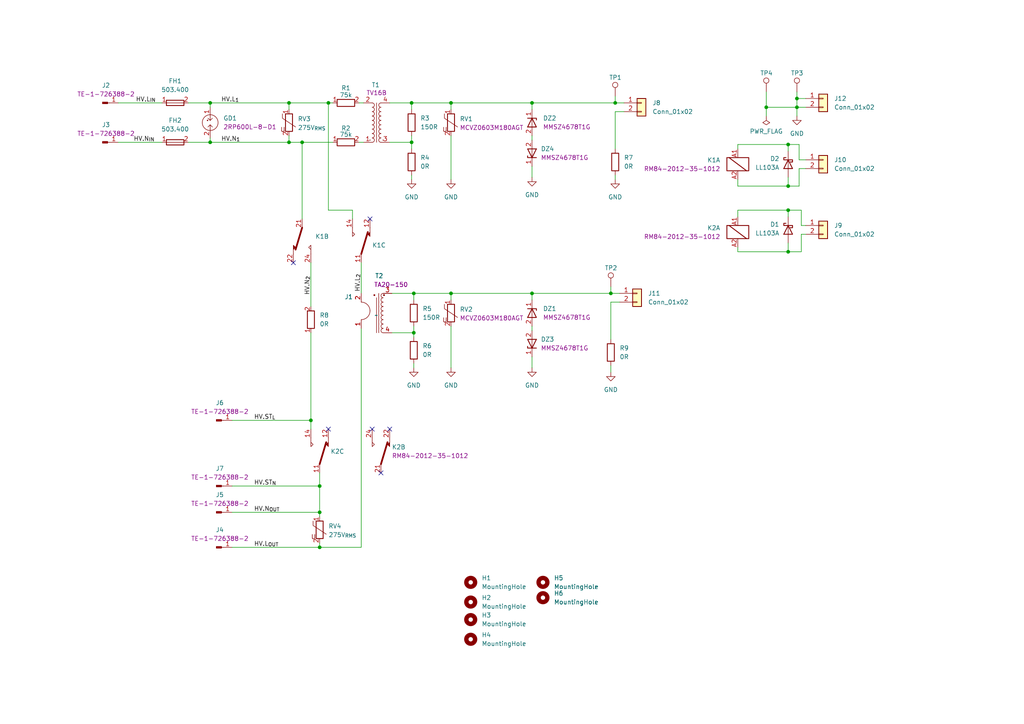
<source format=kicad_sch>
(kicad_sch (version 20231120) (generator "eeschema") (generator_version "8.0")
  (paper "A4")
  (lib_symbols
    (symbol "503.400_1"
      (property "Reference" "FH" (at 2.54 1.27 0))
      (property "Value" "503.400" (at 5.08 -1.27 0))
      (symbol "503.400_1_0_1"
        (rectangle (start -0.762 -2.54) (end 0.762 2.54) (stroke (width 0.254)))
        (polyline (pts (xy 0 2.54) (xy 0 -2.54)))
      )
      (symbol "503.400_1_1_1"
        (pin passive line (at 0 3.81 270) (length 1.27) (name "~") (number "1"))
        (pin passive line (at 0 -3.81 90) (length 1.27) (name "~") (number "2"))
      )
    )
    (symbol "Connector:TestPoint" (pin_numbers hide) (pin_names (offset 0.762) hide)
      (property "Reference" "TP" (at 0 6.858 0))
      (property "Value" "TestPoint" (at 0 5.08 0))
      (symbol "TestPoint_0_1"
        (circle (center 0 3.302) (radius 0.762))
      )
      (symbol "TestPoint_1_1"
        (pin passive line (at 0 0 90) (length 2.54) (name "1") (number "1"))
      )
    )
    (symbol "Connector_Generic:Conn_01x02" (pin_names (offset 1.016) hide)
      (property "Reference" "J" (at 0 2.54 0))
      (property "Value" "Conn_01x02" (at 0 -5.08 0))
      (symbol "Conn_01x02_1_1"
        (rectangle (start -1.27 -2.413) (end 0 -2.667) (stroke (width 0.1524)))
        (rectangle (start -1.27 0.127) (end 0 -0.127) (stroke (width 0.1524)))
        (rectangle (start -1.27 1.27) (end 1.27 -3.81) (stroke (width 0.254)) (fill (type background)))
        (pin passive line (at -5.08 0 0) (length 3.81) (name "Pin_1") (number "1"))
        (pin passive line (at -5.08 -2.54 0) (length 3.81) (name "Pin_2") (number "2"))
      )
    )
    (symbol "Koszalix_Fuse_Holders:503.400"
      (property "Reference" "FH" (at 2.54 1.27 0))
      (property "Value" "503.400" (at 5.08 -1.27 0))
      (symbol "503.400_0_1"
        (rectangle (start -0.762 -2.54) (end 0.762 2.54) (stroke (width 0.254)))
        (polyline (pts (xy 0 2.54) (xy 0 -2.54)))
      )
      (symbol "503.400_1_1"
        (pin passive line (at 0 3.81 270) (length 1.27) (name "~") (number "1"))
        (pin passive line (at 0 -3.81 90) (length 1.27) (name "~") (number "2"))
      )
    )
    (symbol "Koszalix_GDT:2RP600L-8-D1"
      (property "Reference" "GD" (at 3.556 -1.27 0))
      (property "MPN" "2RP600L-8-D1" (at 3.556 -3.81 0))
      (symbol "2RP600L-8-D1_0_1"
        (circle (center 0 -4.445) (radius 2.2895))
        (polyline (pts (xy 0 -6.35) (xy 0 -5.08)))
        (polyline (pts (xy 0 -5.08) (xy -0.635 -5.715)))
        (polyline (pts (xy 0 -5.08) (xy 0.635 -5.715)))
        (polyline (pts (xy 0 -3.81) (xy -0.635 -3.175)))
        (polyline (pts (xy 0 -3.81) (xy 0.635 -3.175)))
        (polyline (pts (xy 0 -2.54) (xy 0 -3.81)))
      )
      (symbol "2RP600L-8-D1_1_1"
        (circle (center -0.762 -3.81) (radius 0.127) (fill (type outline)))
        (pin passive line (at 0 0 270) (length 2.54) (name "~") (number "1"))
        (pin passive line (at 0 -8.89 90) (length 2.54) (name "~") (number "2"))
      )
    )
    (symbol "Koszalix_Mechanical:Bodgewire_P25m_H16.5mm_SQ1.5mm"
      (property "Reference" "J" (at 12.192 0.508 0))
      (symbol "Bodgewire_P25m_H16.5mm_SQ1.5mm_0_1"
        (arc (start 2.54 0) (mid 3.2839 -1.7961) (end 5.08 -2.54))
        (arc (start 5.08 -2.54) (mid 6.8761 -1.7961) (end 7.62 0))
      )
      (symbol "Bodgewire_P25m_H16.5mm_SQ1.5mm_1_1"
        (pin passive line (at 0 0 0) (length 2.54) (name "~") (number "1"))
        (pin passive line (at 10.16 0 180) (length 2.54) (name "~") (number "2"))
      )
    )
    (symbol "Koszalix_Relays:RM84-2012"
      (property "Reference" "K" (at 8.89 -1.778 0))
      (property "MPN" "RM84-2012-35-1012" (at 21.844 -11.938 0))
      (symbol "RM84-2012_0_0"
        (text "" (at 0 -6.35 0) (effects (font (size 1.27 1.27))))
        (text "" (at 0 -6.35 0) (effects (font (size 1.27 1.27))))
        (text "" (at 0 -3.81 0) (effects (font (size 1.27 1.27))))
        (text "" (at 0 -3.81 0) (effects (font (size 1.27 1.27))))
        (text "" (at 1.27 -6.35 0) (effects (font (size 1.27 1.27))))
        (text "" (at 1.27 -6.35 0) (effects (font (size 1.27 1.27))))
      )
      (symbol "RM84-2012_1_1"
        (rectangle (start -3.175 -2.54) (end 3.175 -6.35) (stroke (width 0.254)))
        (polyline (pts (xy -2.54 -6.35) (xy 2.54 -2.54)) (stroke (width 0.254)))
        (pin passive line (at 0 0 270) (length 2.54) (name "") (number "A1"))
        (pin passive line (at 0 -8.89 90) (length 2.54) (name "") (number "A2"))
      )
      (symbol "RM84-2012_2_1"
        (polyline (pts (xy 2.54 -10.16) (xy 4.445 -3.81)) (stroke (width 0.508)))
        (polyline (pts (xy 0 -2.54) (xy 0 -5.08) (xy 0.635 -4.445) (xy 0 -3.81)))
        (polyline (pts (xy 5.08 -2.54) (xy 5.08 -5.08) (xy 4.445 -4.445) (xy 5.08 -3.81)) (fill (type outline)))
        (pin passive line (at 2.54 -12.7 90) (length 2.54) (name "~") (number "21"))
        (pin passive line (at 5.08 0 270) (length 2.54) (name "~") (number "22"))
        (pin passive line (at 0 0 270) (length 2.54) (name "~") (number "24"))
      )
      (symbol "RM84-2012_3_1"
        (polyline (pts (xy 2.54 -10.16) (xy 4.445 -3.81)) (stroke (width 0.508)))
        (polyline (pts (xy 0 -2.54) (xy 0 -5.08) (xy 0.635 -4.445) (xy 0 -3.81)))
        (polyline (pts (xy 5.08 -2.54) (xy 5.08 -5.08) (xy 4.445 -4.445) (xy 5.08 -3.81)) (fill (type outline)))
        (pin passive line (at 2.54 -12.7 90) (length 2.54) (name "~") (number "11"))
        (pin passive line (at 5.08 0 270) (length 2.54) (name "~") (number "12"))
        (pin passive line (at 0 0 270) (length 2.54) (name "~") (number "14"))
      )
    )
    (symbol "Koszalix_Resistors:RES_0R_THT_1W"
      (property "Reference" "R" (at 15.24 0 0))
      (property "Value" "0R" (at 0 0 0))
      (symbol "RES_0R_THT_1W_0_1"
        (rectangle (start 6.35 -1.016) (end 1.27 1.016) (stroke (width 0.254)))
      )
      (symbol "RES_0R_THT_1W_1_1"
        (pin passive line (at 0 0 0) (length 1.27) (name "~") (number "1"))
        (pin passive line (at 7.62 0 180) (length 1.27) (name "~") (number "2"))
      )
    )
    (symbol "Koszalix_Resistors:RES_75k_THT_500mW"
      (property "Reference" "R" (at 15.24 0 0))
      (property "Value" "75k" (at 16.51 -2.032 0))
      (symbol "RES_75k_THT_500mW_0_1"
        (rectangle (start 6.35 -1.016) (end 1.27 1.016) (stroke (width 0.254)))
      )
      (symbol "RES_75k_THT_500mW_1_1"
        (pin passive line (at 0 0 0) (length 1.27) (name "~") (number "1"))
        (pin passive line (at 7.62 0 180) (length 1.27) (name "~") (number "2"))
      )
    )
    (symbol "Koszalix_Resistors_Yageo_RC0603:RES_150R_0603" (pin_numbers hide) (pin_names (offset 0) hide)
      (property "Reference" "R" (at 2.54 1.27 0))
      (property "Value" "150R" (at 2.54 -1.27 0))
      (symbol "RES_150R_0603_0_1"
        (rectangle (start -1.016 -2.54) (end 1.016 2.54) (stroke (width 0.254)))
      )
      (symbol "RES_150R_0603_1_1"
        (pin passive line (at 0 3.81 270) (length 1.27) (name "~") (number "1"))
        (pin passive line (at 0 -3.81 90) (length 1.27) (name "~") (number "2"))
      )
    )
    (symbol "Koszalix_Shottky_Diodes:LL103A" (pin_numbers hide) (pin_names (offset 0) hide)
      (property "Reference" "D" (at 0 0 0))
      (property "Value" "LL103A" (at 0 0 0))
      (symbol "LL103A_0_1"
        (polyline (pts (xy 1.27 2.54) (xy -1.27 2.54)))
        (polyline (pts (xy 1.27 3.81) (xy 1.27 1.27) (xy -1.27 2.54) (xy 1.27 3.81)) (stroke (width 0.254)))
        (polyline (pts (xy -1.905 3.175) (xy -1.905 3.81) (xy -1.27 3.81) (xy -1.27 1.27) (xy -0.635 1.27) (xy -0.635 1.905)) (stroke (width 0.254)))
      )
      (symbol "LL103A_1_1"
        (pin passive line (at -3.81 2.54 0) (length 2.54) (name "K") (number "1"))
        (pin passive line (at 3.81 2.54 180) (length 2.54) (name "A") (number "2"))
      )
    )
    (symbol "Koszalix_TabConnectors:TE-1-726388-2"
      (property "Reference" "J" (at 6.858 0 0))
      (property "MPN" "TE-1-726388-2" (at 0 0 0))
      (symbol "TE-1-726388-2_1_1"
        (polyline (pts (xy 3.048 0) (xy 2.54 0)))
        (rectangle (start 3.048 0.254) (end 4.572 -0.254) (fill (type outline)))
        (pin passive line (at 0 0 0) (length 2.54) (name "~") (number "1"))
      )
    )
    (symbol "Koszalix_Transformers:TA20-150"
      (property "Reference" "T" (at 15.875 -0.635 0))
      (property "MPN" "TA20-150" (at 15.875 -3.175 0))
      (symbol "TA20-150_0_1"
        (polyline (pts (xy 3.175 -11.43) (xy 3.175 -1.27)))
        (polyline (pts (xy 3.81 0) (xy 3.81 -11.43)))
        (arc (start 5.077 -10.16) (mid 4.445 -10.795) (end 5.077 -11.43))
        (arc (start 5.077 -8.89) (mid 4.445 -9.525) (end 5.077 -10.16))
        (arc (start 5.077 -7.62) (mid 4.445 -8.255) (end 5.077 -8.89))
        (arc (start 5.077 -6.35) (mid 4.445 -6.985) (end 5.077 -7.62))
        (arc (start 5.077 0) (mid 4.445 -0.635) (end 5.077 -1.27))
        (arc (start 5.08 -5.08) (mid 4.448 -5.715) (end 5.08 -6.35))
        (arc (start 5.08 -3.81) (mid 4.448 -4.445) (end 5.08 -5.08))
        (arc (start 5.08 -2.54) (mid 4.448 -3.175) (end 5.08 -3.81))
        (arc (start 5.08 -1.27) (mid 4.448 -1.905) (end 5.08 -2.54))
      )
      (symbol "TA20-150_1_1"
        (circle (center 2.54 -0.508) (radius 0.1797) (fill (type outline)))
        (circle (center 5.334 -0.508) (radius 0.1797) (fill (type outline)))
        (pin no_connect line (at 7.62 -2.54 180) (length 2.54) hide (name "~") (number "1"))
        (pin no_connect line (at 7.62 -5.08 180) (length 2.54) hide (name "~") (number "2"))
        (pin passive line (at 7.62 0 180) (length 2.54) (name "~") (number "3"))
        (pin passive line (at 7.62 -11.43 180) (length 2.54) (name "~") (number "4"))
      )
    )
    (symbol "Koszalix_Transformers:TV16B"
      (property "Reference" "T" (at 16.51 -0.635 0))
      (property "MPN" "TV16B" (at 16.51 -3.175 0))
      (symbol "TV16B_0_1"
        (polyline (pts (xy 3.81 0) (xy 3.81 -11.43)))
        (circle (center 1.905 -0.635) (radius 0.0001))
        (arc (start 2.54 -6.35) (mid 3.1723 -5.715) (end 2.54 -5.08))
        (arc (start 2.54 -5.08) (mid 3.1723 -4.445) (end 2.54 -3.81))
        (arc (start 2.54 -3.81) (mid 3.1723 -3.175) (end 2.54 -2.54))
        (arc (start 2.54 -2.54) (mid 3.1723 -1.905) (end 2.54 -1.27))
        (arc (start 2.543 -11.43) (mid 3.175 -10.795) (end 2.543 -10.16))
        (arc (start 2.543 -10.16) (mid 3.175 -9.525) (end 2.543 -8.89))
        (arc (start 2.543 -8.89) (mid 3.175 -8.255) (end 2.543 -7.62))
        (arc (start 2.543 -7.62) (mid 3.175 -6.985) (end 2.543 -6.35))
        (arc (start 2.543 -1.27) (mid 3.175 -0.635) (end 2.543 0))
        (arc (start 5.077 -10.16) (mid 4.445 -10.795) (end 5.077 -11.43))
        (arc (start 5.077 -8.89) (mid 4.445 -9.525) (end 5.077 -10.16))
        (arc (start 5.077 -7.62) (mid 4.445 -8.255) (end 5.077 -8.89))
        (arc (start 5.077 -6.35) (mid 4.445 -6.985) (end 5.077 -7.62))
        (arc (start 5.077 0) (mid 4.445 -0.635) (end 5.077 -1.27))
        (arc (start 5.08 -5.08) (mid 4.448 -5.715) (end 5.08 -6.35))
        (arc (start 5.08 -3.81) (mid 4.448 -4.445) (end 5.08 -5.08))
        (arc (start 5.08 -2.54) (mid 4.448 -3.175) (end 5.08 -3.81))
        (arc (start 5.08 -1.27) (mid 4.448 -1.905) (end 5.08 -2.54))
      )
      (symbol "TV16B_1_1"
        (circle (center 5.715 -0.635) (radius 0.0001))
        (pin passive line (at 0 0 0) (length 2.54) (name "~") (number "1"))
        (pin passive line (at 0 -11.43 0) (length 2.54) (name "~") (number "2"))
        (pin passive line (at 7.62 0 180) (length 2.54) (name "~") (number "3"))
        (pin passive line (at 7.62 -11.43 180) (length 2.54) (name "~") (number "4"))
      )
    )
    (symbol "Koszalix_Varistors:MCVZ0603M180AGT"
      (property "Reference" "RV" (at 3.048 0 0))
      (property "MPN" "MCVZ0603M180AGT" (at 0 0 0))
      (symbol "MCVZ0603M180AGT_0_0"
        (text "U" (at -1.778 -5.842 0) (effects (font (size 1.27 1.27))))
      )
      (symbol "MCVZ0603M180AGT_0_1"
        (rectangle (start -1.016 -6.35) (end 1.016 -1.27) (stroke (width 0.254)))
        (polyline (pts (xy -1.905 -1.27) (xy -1.905 -2.54) (xy 1.905 -5.08)))
      )
      (symbol "MCVZ0603M180AGT_1_1"
        (pin passive line (at 0 0 270) (length 1.27) (name "~") (number "1"))
        (pin passive line (at 0 -7.62 90) (length 1.27) (name "~") (number "2"))
      )
    )
    (symbol "Koszalix_Varistors:MOV-07D471KK"
      (property "Reference" "RV" (at 7.874 -0.508 0))
      (property "Value" "275V_{RMS}" (at 0 0 0))
      (symbol "MOV-07D471KK_0_0"
        (text "U" (at -1.778 -5.842 0) (effects (font (size 1.27 1.27))))
      )
      (symbol "MOV-07D471KK_0_1"
        (rectangle (start -1.016 -6.35) (end 1.016 -1.27) (stroke (width 0.254)))
        (polyline (pts (xy -1.905 -1.27) (xy -1.905 -2.54) (xy 1.905 -5.08)))
      )
      (symbol "MOV-07D471KK_1_1"
        (pin passive line (at 0 0 270) (length 1.27) (name "~") (number "1"))
        (pin passive line (at 0 -7.62 90) (length 1.27) (name "~") (number "2"))
      )
    )
    (symbol "Koszalix_Zener:MMSZ4678T1G"
      (property "Reference" "DZ" (at 4.064 -0.508 0))
      (property "Value" "1V8" (at 4.064 -0.508 0))
      (property "MPN" "MMSZ4678T1G" (at 0 0 0))
      (symbol "MMSZ4678T1G_0_1"
        (polyline (pts (xy 0 -5.08) (xy 0 -2.54)))
        (polyline (pts (xy -1.27 -2.54) (xy 1.27 -2.54) (xy 1.27 -3.048)) (stroke (width 0.254)))
        (polyline (pts (xy -1.27 -5.08) (xy 1.27 -5.08) (xy 0 -2.54) (xy -1.27 -5.08)) (stroke (width 0.254)))
      )
      (symbol "MMSZ4678T1G_1_1"
        (pin passive line (at 0 0 270) (length 2.54) (name "~") (number "1"))
        (pin passive line (at 0 -7.62 90) (length 2.54) (name "~") (number "2"))
      )
    )
    (symbol "Mechanical:MountingHole" (pin_names (offset 1.016))
      (property "Reference" "H" (at 0 5.08 0))
      (property "Value" "MountingHole" (at 0 3.175 0))
      (symbol "MountingHole_0_1"
        (circle (center 0 0) (radius 1.27) (stroke (width 1.27)))
      )
    )
    (symbol "power:GND" (power) (pin_names (offset 0))
      (property "Value" "GND" (at 0 -3.81 0))
      (symbol "GND_0_1"
        (polyline (pts (xy 0 0) (xy 0 -1.27) (xy 1.27 -1.27) (xy 0 -2.54) (xy -1.27 -1.27) (xy 0 -1.27)))
      )
      (symbol "GND_1_1"
        (pin power_in line (at 0 0 270) (length 0) hide (name "GND") (number "1"))
      )
    )
    (symbol "power:PWR_FLAG" (power) (pin_numbers hide) (pin_names (offset 0) hide)
      (property "Value" "PWR_FLAG" (at 0 3.81 0))
      (symbol "PWR_FLAG_0_0"
        (pin power_out line (at 0 0 90) (length 0) (name "pwr") (number "1"))
      )
      (symbol "PWR_FLAG_0_1"
        (polyline (pts (xy 0 0) (xy 0 1.27) (xy -1.016 1.905) (xy 0 2.54) (xy 1.016 1.905) (xy 0 1.27)))
      )
    )
  )
  (junction (at 231.14 31.115))
  (junction (at 228.6 53.975))
  (junction (at 130.81 85.09))
  (junction (at 231.14 28.575))
  (junction (at 95.25 29.845))
  (junction (at 228.6 41.91))
  (junction (at 130.81 29.845))
  (junction (at 90.17 121.92))
  (junction (at 60.96 41.275))
  (junction (at 83.82 29.845))
  (junction (at 92.71 158.75))
  (junction (at 92.71 140.97))
  (junction (at 178.435 29.845))
  (junction (at 92.71 148.59))
  (junction (at 120.015 96.52))
  (junction (at 222.25 31.115))
  (junction (at 60.96 29.845))
  (junction (at 154.305 85.09))
  (junction (at 228.6 73.025))
  (junction (at 83.82 41.275))
  (junction (at 87.63 41.275))
  (junction (at 177.165 85.09))
  (junction (at 228.6 60.96))
  (junction (at 154.305 29.845))
  (junction (at 119.38 41.275))
  (junction (at 119.38 29.845))
  (junction (at 120.015 85.09))
  (no_connect (at 107.95 124.46))
  (no_connect (at 107.315 63.5))
  (no_connect (at 95.25 124.46))
  (no_connect (at 113.03 124.46))
  (no_connect (at 85.09 76.2))
  (no_connect (at 110.49 137.16))
  (wire (pts (xy 104.14 41.275) (xy 105.41 41.275)))
  (wire (pts (xy 130.81 52.07) (xy 130.81 39.37)))
  (wire (pts (xy 228.6 60.96) (xy 232.41 60.96)))
  (wire (pts (xy 119.38 52.07) (xy 119.38 50.8)))
  (wire (pts (xy 228.6 43.815) (xy 228.6 41.91)))
  (wire (pts (xy 154.305 85.09) (xy 177.165 85.09)))
  (wire (pts (xy 83.82 39.37) (xy 83.82 41.275)))
  (wire (pts (xy 130.81 94.615) (xy 130.81 106.68)))
  (wire (pts (xy 233.68 46.355) (xy 231.775 46.355)))
  (wire (pts (xy 233.68 65.405) (xy 232.41 65.405)))
  (wire (pts (xy 231.775 41.91) (xy 228.6 41.91)))
  (wire (pts (xy 178.435 29.845) (xy 180.975 29.845)))
  (wire (pts (xy 154.305 95.885) (xy 154.305 94.615)))
  (wire (pts (xy 231.775 48.895) (xy 231.775 53.975)))
  (wire (pts (xy 231.14 31.115) (xy 233.68 31.115)))
  (wire (pts (xy 232.41 65.405) (xy 232.41 60.96)))
  (wire (pts (xy 120.015 106.68) (xy 120.015 105.41)))
  (wire (pts (xy 178.435 32.385) (xy 178.435 43.18)))
  (wire (pts (xy 232.41 67.945) (xy 232.41 73.025)))
  (wire (pts (xy 113.665 85.09) (xy 120.015 85.09)))
  (wire (pts (xy 228.6 73.025) (xy 232.41 73.025)))
  (wire (pts (xy 177.165 83.185) (xy 177.165 85.09)))
  (wire (pts (xy 177.165 85.09) (xy 179.705 85.09)))
  (wire (pts (xy 130.81 31.75) (xy 130.81 29.845)))
  (wire (pts (xy 113.665 96.52) (xy 120.015 96.52)))
  (wire (pts (xy 92.71 158.75) (xy 104.775 158.75)))
  (wire (pts (xy 90.17 96.52) (xy 90.17 121.92)))
  (wire (pts (xy 178.435 27.94) (xy 178.435 29.845)))
  (wire (pts (xy 233.68 48.895) (xy 231.775 48.895)))
  (wire (pts (xy 60.96 29.845) (xy 83.82 29.845)))
  (wire (pts (xy 222.25 26.67) (xy 222.25 31.115)))
  (wire (pts (xy 34.29 29.845) (xy 46.99 29.845)))
  (wire (pts (xy 104.775 158.75) (xy 104.775 95.25)))
  (wire (pts (xy 231.775 46.355) (xy 231.775 41.91)))
  (wire (pts (xy 154.305 48.26) (xy 154.305 51.435)))
  (wire (pts (xy 213.995 52.07) (xy 213.995 53.975)))
  (wire (pts (xy 178.435 50.8) (xy 178.435 52.07)))
  (wire (pts (xy 54.61 41.275) (xy 60.96 41.275)))
  (wire (pts (xy 177.165 106.045) (xy 177.165 107.95)))
  (wire (pts (xy 120.015 96.52) (xy 120.015 97.79)))
  (wire (pts (xy 83.82 29.845) (xy 95.25 29.845)))
  (wire (pts (xy 120.015 94.615) (xy 120.015 96.52)))
  (wire (pts (xy 180.975 32.385) (xy 178.435 32.385)))
  (wire (pts (xy 60.96 41.275) (xy 83.82 41.275)))
  (wire (pts (xy 54.61 29.845) (xy 60.96 29.845)))
  (wire (pts (xy 213.995 73.025) (xy 228.6 73.025)))
  (wire (pts (xy 119.38 39.37) (xy 119.38 41.275)))
  (wire (pts (xy 67.31 158.75) (xy 92.71 158.75)))
  (wire (pts (xy 130.81 29.845) (xy 154.305 29.845)))
  (wire (pts (xy 154.305 40.64) (xy 154.305 39.37)))
  (wire (pts (xy 231.775 53.975) (xy 228.6 53.975)))
  (wire (pts (xy 228.6 41.91) (xy 213.995 41.91)))
  (wire (pts (xy 90.17 121.92) (xy 90.17 124.46)))
  (wire (pts (xy 92.71 137.16) (xy 92.71 140.97)))
  (wire (pts (xy 177.165 87.63) (xy 177.165 98.425)))
  (wire (pts (xy 222.25 31.115) (xy 231.14 31.115)))
  (wire (pts (xy 102.235 60.96) (xy 95.25 60.96)))
  (wire (pts (xy 34.29 41.275) (xy 46.99 41.275)))
  (wire (pts (xy 179.705 87.63) (xy 177.165 87.63)))
  (wire (pts (xy 222.25 33.655) (xy 222.25 31.115)))
  (wire (pts (xy 104.14 29.845) (xy 105.41 29.845)))
  (wire (pts (xy 231.14 26.67) (xy 231.14 28.575)))
  (wire (pts (xy 130.81 85.09) (xy 130.81 86.995)))
  (wire (pts (xy 67.31 140.97) (xy 92.71 140.97)))
  (wire (pts (xy 154.305 29.845) (xy 154.305 31.75)))
  (wire (pts (xy 120.015 85.09) (xy 120.015 86.995)))
  (wire (pts (xy 154.305 85.09) (xy 154.305 86.995)))
  (wire (pts (xy 95.25 29.845) (xy 95.25 60.96)))
  (wire (pts (xy 92.71 148.59) (xy 92.71 149.86)))
  (wire (pts (xy 60.96 41.275) (xy 60.96 40.005)))
  (wire (pts (xy 113.03 29.845) (xy 119.38 29.845)))
  (wire (pts (xy 154.305 103.505) (xy 154.305 106.68)))
  (wire (pts (xy 67.31 121.92) (xy 90.17 121.92)))
  (wire (pts (xy 67.31 148.59) (xy 92.71 148.59)))
  (wire (pts (xy 213.995 73.025) (xy 213.995 71.755)))
  (wire (pts (xy 90.17 76.2) (xy 90.17 88.9)))
  (wire (pts (xy 213.995 60.96) (xy 213.995 62.865)))
  (wire (pts (xy 154.305 29.845) (xy 178.435 29.845)))
  (wire (pts (xy 92.71 157.48) (xy 92.71 158.75)))
  (wire (pts (xy 228.6 70.485) (xy 228.6 73.025)))
  (wire (pts (xy 130.81 85.09) (xy 154.305 85.09)))
  (wire (pts (xy 231.14 31.115) (xy 231.14 33.655)))
  (wire (pts (xy 228.6 60.96) (xy 213.995 60.96)))
  (wire (pts (xy 60.96 31.115) (xy 60.96 29.845)))
  (wire (pts (xy 228.6 62.865) (xy 228.6 60.96)))
  (wire (pts (xy 113.03 41.275) (xy 119.38 41.275)))
  (wire (pts (xy 228.6 53.975) (xy 213.995 53.975)))
  (wire (pts (xy 87.63 41.275) (xy 87.63 63.5)))
  (wire (pts (xy 231.14 28.575) (xy 231.14 31.115)))
  (wire (pts (xy 104.775 76.2) (xy 104.775 85.09)))
  (wire (pts (xy 233.68 28.575) (xy 231.14 28.575)))
  (wire (pts (xy 130.81 29.845) (xy 119.38 29.845)))
  (wire (pts (xy 92.71 140.97) (xy 92.71 148.59)))
  (wire (pts (xy 95.25 29.845) (xy 96.52 29.845)))
  (wire (pts (xy 83.82 41.275) (xy 87.63 41.275)))
  (wire (pts (xy 120.015 85.09) (xy 130.81 85.09)))
  (wire (pts (xy 102.235 63.5) (xy 102.235 60.96)))
  (wire (pts (xy 83.82 29.845) (xy 83.82 31.75)))
  (wire (pts (xy 119.38 41.275) (xy 119.38 43.18)))
  (wire (pts (xy 228.6 51.435) (xy 228.6 53.975)))
  (wire (pts (xy 213.995 41.91) (xy 213.995 43.18)))
  (wire (pts (xy 119.38 29.845) (xy 119.38 31.75)))
  (wire (pts (xy 87.63 41.275) (xy 96.52 41.275)))
  (wire (pts (xy 233.68 67.945) (xy 232.41 67.945)))
  (label "HV.N_{2}" (at 90.17 80.01 270))
  (label "HV.ST_{N}" (at 73.66 140.97 0))
  (label "HV.L_{IN}" (at 39.37 29.845 0))
  (label "HV.N_{OUT}" (at 73.66 148.59 0))
  (label "HV.ST_{L}" (at 73.66 121.92 0))
  (label "HV.N_{IN}" (at 38.735 41.275 0))
  (label "HV.L_{1}" (at 64.135 29.845 0))
  (label "HV.N_{1}" (at 64.135 41.275 0))
  (label "HV.L_{2}" (at 104.775 79.375 270))
  (label "HV.L_{OUT}" (at 73.66 158.75 0))
  (symbol (lib_id "Connector:TestPoint") (at 222.25 26.67 0) (unit 1)
    (property "Reference" "TP4" (at 220.472 21.209 0) (effects (justify left)))
    (property "Value" "TestPoint" (effects (hide yes)))
    (property "Footprint" "TestPoint:TestPoint_Loop_D2.54mm_Drill1.5mm_Beaded" (effects (hide yes)))
    (property "Description" "test point" (effects (hide yes)))
  )
  (symbol (lib_id "Koszalix_Resistors_Yageo_RC0603:RES_150R_0603") (at 119.38 46.99 0) (unit 1)
    (property "Reference" "R4" (at 121.92 45.7199 0) (effects (justify left)))
    (property "Value" "0R" (at 121.92 48.2599 0) (effects (justify left)))
    (property "Footprint" "Resistor_SMD:R_0603_1608Metric" (effects (hide yes)))
    (property "Datasheet" "https://www.tme.eu/Document/d2a72e545e5c8eb7bf2a04fa97535928/rc0603yageo.pdf" (effects (hide yes)))
    (property "Description" "SMD Resistor" (effects (hide yes)))
    (property "Manufacturer" "YAGEO" (effects (hide yes)))
    (property "MPN" "RC0603FR-07150R" (effects (hide yes)))
    (property "Maximum Working Voltage " "50 V" (effects (hide yes)))
    (property "Maximum Overload Voltage" "100 V" (effects (hide yes)))
    (property "Dielectric Withstanding Voltage " "100 V" (effects (hide yes)))
    (property "Temperature Coefficient" "200ppm" (effects (hide yes)))
    (property "Operating Temperature Range" "–55 °C to +155 °C" (effects (hide yes)))
    (property "Tolerance" "1%" (effects (hide yes)))
  )
  (symbol (lib_id "Mechanical:MountingHole") (at 157.48 173.355 0) (unit 1)
    (property "Reference" "H6" (at 160.655 172.0849 0) (effects (justify left)))
    (property "Value" "MountingHole" (at 160.655 174.6249 0) (effects (justify left)))
    (property "Footprint" "MountingHole:MountingHole_3.2mm_M3" (effects (hide yes)))
    (property "Description" "Mounting Hole without connection" (effects (hide yes)))
  )
  (symbol (lib_id "Koszalix_Relays:RM84-2012") (at 90.17 76.2 180) (unit 2)
    (property "Reference" "K1" (at 91.44 68.5799 0) (effects (justify right)))
    (property "Value" "RM84-2012-35-1012" (effects (hide yes)))
    (property "Footprint" "Koszalix_Relays:RM84" (effects (hide yes)))
    (property "Datasheet" "https://www.relpol.pl/Produkty/Przekazniki-miniaturowe/content/download/13766/168091/file/RM84.pdf" (effects (hide yes)))
    (property "Manufacturer" "RELPOL" (effects (hide yes)))
    (property "MPN" "RM84-2012-35-1012" (effects (hide yes)))
  )
  (symbol (lib_id "Koszalix_Zener:MMSZ4678T1G") (at 154.305 31.75 0) (unit 1)
    (property "Reference" "DZ2" (at 157.48 34.2899 0) (effects (justify left)))
    (property "Value" "1V8" (effects (hide yes)))
    (property "Footprint" "Diode_SMD:D_SOD-123" (effects (hide yes)))
    (property "Datasheet" "https://4donline.ihs.com/images/VipMasterIC/IC/ONSM/ONSMS37475/ONSMS37475-1.pdf?hkey=52A5661711E402568146F3353EA87419" (effects (hide yes)))
    (property "MPN" "MMSZ4678T1G" (at 157.48 36.8299 0) (effects (justify left)))
    (property "Manufacturer" "ONSEMI" (effects (hide yes)))
  )
  (symbol (lib_id "Koszalix_TabConnectors:TE-1-726388-2") (at 67.31 121.92 0) (mirror y) (unit 1)
    (property "Reference" "J6" (at 63.754 116.84 0))
    (property "Footprint" "Koszalix_Connectors_Tab:TE-1-726388-2" (effects (hide yes)))
    (property "Datasheet" "https://www.te.com/commerce/DocumentDelivery/DDEController?Action=showdoc&DocId=Customer+Drawing%7F726388%7FE3%7Fpdf%7FEnglish%7FENG_CD_726388_E3.pdf%7F1-726388-2" (effects (hide yes)))
    (property "MPN" "TE-1-726388-2" (at 63.754 119.38 0))
    (property "Manufacturer" "TE-1-726388-2" (effects (hide yes)))
  )
  (symbol (lib_id "Koszalix_Varistors:MCVZ0603M180AGT") (at 130.81 86.995 0) (unit 1)
    (property "Reference" "RV2" (at 133.35 89.7282 0) (effects (justify left)))
    (property "Value" "MCVZ0603M180AGT" (effects (hide yes)))
    (property "Footprint" "Resistor_SMD:R_0603_1608Metric_Pad0.98x0.95mm_HandSolder" (effects (hide yes)))
    (property "Datasheet" "https://4donline.ihs.com/images/VipMasterIC/IC/SCMP/SCMP-S-A0009640460/SCMP-S-A0009640460-1.pdf?hkey=6D3A4C79FDBF58556ACFDE234799DDF0" (effects (hide yes)))
    (property "Description" "Varistor 14V/18V" (effects (hide yes)))
    (property "MPN" "MCVZ0603M180AGT" (at 133.35 92.2682 0) (effects (justify left)))
    (property "Manufacturer" "MulticompPro" (effects (hide yes)))
  )
  (symbol (lib_id "Koszalix_Relays:RM84-2012") (at 107.95 124.46 0) (unit 2)
    (property "Reference" "K2" (at 113.665 129.6669 0) (effects (justify left)))
    (property "Value" "RM84-2012-35-1012" (effects (hide yes)))
    (property "Footprint" "Koszalix_Relays:RM84" (effects (hide yes)))
    (property "Datasheet" "https://www.relpol.pl/Produkty/Przekazniki-miniaturowe/content/download/13766/168091/file/RM84.pdf" (effects (hide yes)))
    (property "Manufacturer" "RELPOL" (effects (hide yes)))
    (property "MPN" "RM84-2012-35-1012" (at 113.665 132.2069 0) (effects (justify left)))
  )
  (symbol (lib_id "Koszalix_Transformers:TA20-150") (at 106.045 85.09 0) (unit 1)
    (property "Reference" "T2" (at 109.982 80.01 0))
    (property "Value" "TA20-150" (effects (hide yes)))
    (property "Footprint" "Koszalix_Transformers:PowerUC-TA20" (effects (hide yes)))
    (property "Datasheet" "https://cdn.shopifycdn.net/s/files/1/2723/6858/files/TA20.pdf?v=1614834906" (effects (hide yes)))
    (property "MPN" "TA20-150" (at 113.411 82.55 0))
    (property "Manufacturer" "PowerUC" (effects (hide yes)))
  )
  (symbol (lib_id "Mechanical:MountingHole") (at 136.525 168.91 0) (unit 1)
    (property "Reference" "H1" (at 139.7 167.6399 0) (effects (justify left)))
    (property "Value" "MountingHole" (at 139.7 170.1799 0) (effects (justify left)))
    (property "Footprint" "MountingHole:MountingHole_3.2mm_M3" (effects (hide yes)))
    (property "Description" "Mounting Hole without connection" (effects (hide yes)))
  )
  (symbol (lib_id "Koszalix_Relays:RM84-2012") (at 102.235 63.5 0) (unit 3)
    (property "Reference" "K1" (at 107.95 71.1199 0) (effects (justify left)))
    (property "Value" "RM84-2012-35-1012" (effects (hide yes)))
    (property "Footprint" "Koszalix_Relays:RM84" (effects (hide yes)))
    (property "Datasheet" "https://www.relpol.pl/Produkty/Przekazniki-miniaturowe/content/download/13766/168091/file/RM84.pdf" (effects (hide yes)))
    (property "Manufacturer" "RELPOL" (effects (hide yes)))
    (property "MPN" "RM84-2012-35-1012" (effects (hide yes)))
  )
  (symbol (lib_id "Connector_Generic:Conn_01x02") (at 238.76 65.405 0) (unit 1)
    (property "Reference" "J9" (at 241.935 65.4049 0) (effects (justify left)))
    (property "Value" "Conn_01x02" (at 241.935 67.9449 0) (effects (justify left)))
    (property "Footprint" "Connector_JST:JST_XH_B2B-XH-A_1x02_P2.50mm_Vertical" (effects (hide yes)))
    (property "Description" "Generic connector, single row, 01x02, script generated (kicad-library-utils/schlib/autogen/connector/)" (effects (hide yes)))
  )
  (symbol (lib_id "Mechanical:MountingHole") (at 136.525 185.42 0) (unit 1)
    (property "Reference" "H4" (at 139.7 184.1499 0) (effects (justify left)))
    (property "Value" "MountingHole" (at 139.7 186.6899 0) (effects (justify left)))
    (property "Footprint" "MountingHole:MountingHole_3.2mm_M3" (effects (hide yes)))
    (property "Description" "Mounting Hole without connection" (effects (hide yes)))
  )
  (symbol (lib_id "Koszalix_Zener:MMSZ4678T1G") (at 154.305 48.26 180) (unit 1)
    (property "Reference" "DZ4" (at 156.845 43.1799 0) (effects (justify right)))
    (property "Value" "1V8" (effects (hide yes)))
    (property "Footprint" "Diode_SMD:D_SOD-123" (effects (hide yes)))
    (property "Datasheet" "https://4donline.ihs.com/images/VipMasterIC/IC/ONSM/ONSMS37475/ONSMS37475-1.pdf?hkey=52A5661711E402568146F3353EA87419" (effects (hide yes)))
    (property "MPN" "MMSZ4678T1G" (at 156.845 45.7199 0) (effects (justify right)))
    (property "Manufacturer" "ONSEMI" (effects (hide yes)))
  )
  (symbol (lib_id "Koszalix_Fuse_Holders:503.400") (at 50.8 41.275 90) (unit 1)
    (property "Reference" "FH2" (at 50.8 34.925 90))
    (property "Value" "503.400" (at 50.8 37.465 90))
    (property "Footprint" "Koszalix_Fuse_Holders:ESKA_503.400" (effects (hide yes)))
    (property "Datasheet" "https://www.eska-fuses.de/fileadmin/produkte/datenblaetter/ESKA-Sicherungshalter.pdf" (effects (hide yes)))
    (property "Contact resistance " "5mOhm" (effects (hide yes)))
    (property "Dielectric strength" "1.5kV" (effects (hide yes)))
    (property "Insulation resistance" "10MOhm" (effects (hide yes)))
    (property "MPN" "503.400" (effects (hide yes)))
    (property "Manufacturer" "ESKA" (effects (hide yes)))
  )
  (symbol (lib_id "Koszalix_Shottky_Diodes:LL103A") (at 231.14 66.675 90) (mirror x) (unit 1)
    (property "Reference" "D1" (at 226.06 65.0874 90) (effects (justify left)))
    (property "Value" "LL103A" (at 226.06 67.6274 90) (effects (justify left)))
    (property "Footprint" "Diode_SMD:D_MiniMELF" (effects (hide yes)))
    (property "Datasheet" "https://www.tme.eu/Document/4b83a5789d32f39934640cef179344a8/ll103a.pdf" (effects (hide yes)))
    (property "Manufacturer" "Diotec Semiconductor" (effects (hide yes)))
    (property "MPN" "LL103A" (effects (hide yes)))
    (property "Peak reverse voltage" "40V" (effects (hide yes)))
    (property "Power dissipation" "400mW" (effects (hide yes)))
    (property "Max. average forward current" "350mA" (effects (hide yes)))
    (property "unction temperature" "-55 to +125°C" (effects (hide yes)))
    (property " junction capacitance" "50pF" (effects (hide yes)))
    (property "Reverse recovery time" "10ns" (effects (hide yes)))
    (property "Leakage current" "5uA" (effects (hide yes)))
  )
  (symbol (lib_id "Koszalix_TabConnectors:TE-1-726388-2") (at 34.29 41.275 0) (mirror y) (unit 1)
    (property "Reference" "J3" (at 30.734 36.195 0))
    (property "Footprint" "Koszalix_Connectors_Tab:TE-1-726388-2" (effects (hide yes)))
    (property "Datasheet" "https://www.te.com/commerce/DocumentDelivery/DDEController?Action=showdoc&DocId=Customer+Drawing%7F726388%7FE3%7Fpdf%7FEnglish%7FENG_CD_726388_E3.pdf%7F1-726388-2" (effects (hide yes)))
    (property "MPN" "TE-1-726388-2" (at 30.734 38.735 0))
    (property "Manufacturer" "TE-1-726388-2" (effects (hide yes)))
  )
  (symbol (lib_id "Koszalix_Resistors:RES_0R_THT_1W") (at 90.17 96.52 90) (unit 1)
    (property "Reference" "R8" (at 92.71 91.4399 90) (effects (justify right)))
    (property "Value" "0R" (at 92.71 93.9799 90) (effects (justify right)))
    (property "Footprint" "Resistor_THT:R_Axial_DIN0411_L9.9mm_D3.6mm_P20.32mm_Horizontal" (effects (hide yes)))
    (property "Datasheet" "https://www.vishay.com/docs/28766/mbxsma.pdf" (effects (hide yes)))
    (property "MPN" "MBB02070Z0000ZC100" (effects (hide yes)))
    (property "Manufcaurer" "Vishay" (effects (hide yes)))
  )
  (symbol (lib_id "Koszalix_TabConnectors:TE-1-726388-2") (at 67.31 158.75 0) (mirror y) (unit 1)
    (property "Reference" "J4" (at 63.754 153.67 0))
    (property "Footprint" "Koszalix_Connectors_Tab:TE-1-726388-2" (effects (hide yes)))
    (property "Datasheet" "https://www.te.com/commerce/DocumentDelivery/DDEController?Action=showdoc&DocId=Customer+Drawing%7F726388%7FE3%7Fpdf%7FEnglish%7FENG_CD_726388_E3.pdf%7F1-726388-2" (effects (hide yes)))
    (property "MPN" "TE-1-726388-2" (at 63.754 156.21 0))
    (property "Manufacturer" "TE-1-726388-2" (effects (hide yes)))
  )
  (symbol (lib_id "power:GND") (at 177.165 107.95 0) (unit 1)
    (property "Reference" "#PWR06" (effects (hide yes)))
    (property "Value" "GND" (at 177.165 113.03 0))
    (property "Description" "Power symbol creates a global label with name \"GND\" , ground" (effects (hide yes)))
  )
  (symbol (lib_id "Koszalix_Zener:MMSZ4678T1G") (at 154.305 86.995 0) (unit 1)
    (property "Reference" "DZ1" (at 157.48 89.5349 0) (effects (justify left)))
    (property "Value" "1V8" (effects (hide yes)))
    (property "Footprint" "Diode_SMD:D_SOD-123" (effects (hide yes)))
    (property "Datasheet" "https://4donline.ihs.com/images/VipMasterIC/IC/ONSM/ONSMS37475/ONSMS37475-1.pdf?hkey=52A5661711E402568146F3353EA87419" (effects (hide yes)))
    (property "MPN" "MMSZ4678T1G" (at 157.48 92.0749 0) (effects (justify left)))
    (property "Manufacturer" "ONSEMI" (effects (hide yes)))
  )
  (symbol (lib_id "Koszalix_Shottky_Diodes:LL103A") (at 231.14 47.625 90) (mirror x) (unit 1)
    (property "Reference" "D2" (at 226.06 46.0374 90) (effects (justify left)))
    (property "Value" "LL103A" (at 226.06 48.5774 90) (effects (justify left)))
    (property "Footprint" "Diode_SMD:D_MiniMELF" (effects (hide yes)))
    (property "Datasheet" "https://www.tme.eu/Document/4b83a5789d32f39934640cef179344a8/ll103a.pdf" (effects (hide yes)))
    (property "Manufacturer" "Diotec Semiconductor" (effects (hide yes)))
    (property "MPN" "LL103A" (effects (hide yes)))
    (property "Peak reverse voltage" "40V" (effects (hide yes)))
    (property "Power dissipation" "400mW" (effects (hide yes)))
    (property "Max. average forward current" "350mA" (effects (hide yes)))
    (property "unction temperature" "-55 to +125°C" (effects (hide yes)))
    (property " junction capacitance" "50pF" (effects (hide yes)))
    (property "Reverse recovery time" "10ns" (effects (hide yes)))
    (property "Leakage current" "5uA" (effects (hide yes)))
  )
  (symbol (lib_id "Mechanical:MountingHole") (at 136.525 174.625 0) (unit 1)
    (property "Reference" "H2" (at 139.7 173.3549 0) (effects (justify left)))
    (property "Value" "MountingHole" (at 139.7 175.8949 0) (effects (justify left)))
    (property "Footprint" "MountingHole:MountingHole_3.2mm_M3" (effects (hide yes)))
    (property "Description" "Mounting Hole without connection" (effects (hide yes)))
  )
  (symbol (lib_id "Koszalix_Resistors_Yageo_RC0603:RES_150R_0603") (at 177.165 102.235 0) (unit 1)
    (property "Reference" "R9" (at 179.705 100.9649 0) (effects (justify left)))
    (property "Value" "0R" (at 179.705 103.5049 0) (effects (justify left)))
    (property "Footprint" "Resistor_SMD:R_0603_1608Metric" (effects (hide yes)))
    (property "Datasheet" "https://www.tme.eu/Document/d2a72e545e5c8eb7bf2a04fa97535928/rc0603yageo.pdf" (effects (hide yes)))
    (property "Description" "SMD Resistor" (effects (hide yes)))
    (property "Manufacturer" "YAGEO" (effects (hide yes)))
    (property "MPN" "RC0603FR-070R" (effects (hide yes)))
    (property "Maximum Working Voltage " "50 V" (effects (hide yes)))
    (property "Maximum Overload Voltage" "100 V" (effects (hide yes)))
    (property "Dielectric Withstanding Voltage " "100 V" (effects (hide yes)))
    (property "Temperature Coefficient" "200ppm" (effects (hide yes)))
    (property "Operating Temperature Range" "–55 °C to +155 °C" (effects (hide yes)))
    (property "Tolerance" "1%" (effects (hide yes)))
  )
  (symbol (lib_id "Koszalix_Resistors:RES_75k_THT_500mW") (at 96.52 41.275 0) (unit 1)
    (property "Reference" "R2" (at 100.33 37.211 0))
    (property "Value" "75k" (at 100.33 38.989 0))
    (property "Footprint" "Resistor_THT:R_Axial_DIN0309_L9.0mm_D3.2mm_P15.24mm_Horizontal" (effects (hide yes)))
    (property "Datasheet" "https://www.farnell.com/datasheets/2860633.pdf" (effects (hide yes)))
    (property "MPN" "MF50 75K" (effects (hide yes)))
    (property "Manufacturer" "Multicomp Pro" (effects (hide yes)))
  )
  (symbol (lib_id "Koszalix_Varistors:MOV-07D471KK") (at 92.71 149.86 0) (unit 1)
    (property "Reference" "RV4" (at 95.25 152.5932 0) (effects (justify left)))
    (property "Value" "275V_{RMS}" (at 95.25 155.1332 0) (effects (justify left)))
    (property "Footprint" "Varistor:RV_Disc_D9mm_W5.2mm_P5mm" (effects (hide yes)))
    (property "Datasheet" "https://www.farnell.com/datasheets/4019414.pdf" (effects (hide yes)))
    (property "Description" "Varistor 275V RMS 350V DC" (effects (hide yes)))
    (property "MPN" "MOV-07D471KK" (effects (hide yes)))
    (property "Manufacturer" "Bourns" (effects (hide yes)))
  )
  (symbol (lib_id "Connector:TestPoint") (at 231.14 26.67 0) (unit 1)
    (property "Reference" "TP3" (at 229.362 21.209 0) (effects (justify left)))
    (property "Value" "TestPoint" (effects (hide yes)))
    (property "Footprint" "TestPoint:TestPoint_Loop_D2.54mm_Drill1.5mm_Beaded" (effects (hide yes)))
    (property "Description" "test point" (effects (hide yes)))
  )
  (symbol (lib_id "Koszalix_Zener:MMSZ4678T1G") (at 154.305 103.505 180) (unit 1)
    (property "Reference" "DZ3" (at 156.845 98.4249 0) (effects (justify right)))
    (property "Value" "1V8" (effects (hide yes)))
    (property "Footprint" "Diode_SMD:D_SOD-123" (effects (hide yes)))
    (property "Datasheet" "https://4donline.ihs.com/images/VipMasterIC/IC/ONSM/ONSMS37475/ONSMS37475-1.pdf?hkey=52A5661711E402568146F3353EA87419" (effects (hide yes)))
    (property "MPN" "MMSZ4678T1G" (at 156.845 100.9649 0) (effects (justify right)))
    (property "Manufacturer" "ONSEMI" (effects (hide yes)))
  )
  (symbol (lib_id "Koszalix_Relays:RM84-2012") (at 213.995 62.865 0) (mirror y) (unit 1)
    (property "Reference" "K2" (at 208.915 66.1157 0) (effects (justify left)))
    (property "Value" "RM84-2012-35-1012" (effects (hide yes)))
    (property "Footprint" "Koszalix_Relays:RM84" (effects (hide yes)))
    (property "Datasheet" "https://www.relpol.pl/Produkty/Przekazniki-miniaturowe/content/download/13766/168091/file/RM84.pdf" (effects (hide yes)))
    (property "Manufacturer" "RELPOL" (effects (hide yes)))
    (property "MPN" "RM84-2012-35-1012" (at 208.915 68.6557 0) (effects (justify left)))
  )
  (symbol (lib_id "Koszalix_Relays:RM84-2012") (at 213.995 43.18 0) (mirror y) (unit 1)
    (property "Reference" "K1" (at 208.915 46.4307 0) (effects (justify left)))
    (property "Value" "RM84-2012-35-1012" (effects (hide yes)))
    (property "Footprint" "Koszalix_Relays:RM84" (effects (hide yes)))
    (property "Datasheet" "https://www.relpol.pl/Produkty/Przekazniki-miniaturowe/content/download/13766/168091/file/RM84.pdf" (effects (hide yes)))
    (property "Manufacturer" "RELPOL" (effects (hide yes)))
    (property "MPN" "RM84-2012-35-1012" (at 208.915 48.9707 0) (effects (justify left)))
  )
  (symbol (lib_id "Connector_Generic:Conn_01x02") (at 238.76 28.575 0) (unit 1)
    (property "Reference" "J12" (at 241.935 28.5749 0) (effects (justify left)))
    (property "Value" "Conn_01x02" (at 241.935 31.1149 0) (effects (justify left)))
    (property "Footprint" "Connector_JST:JST_XH_B2B-XH-A_1x02_P2.50mm_Vertical" (effects (hide yes)))
    (property "Description" "Generic connector, single row, 01x02, script generated (kicad-library-utils/schlib/autogen/connector/)" (effects (hide yes)))
  )
  (symbol (lib_id "Mechanical:MountingHole") (at 157.48 168.91 0) (unit 1)
    (property "Reference" "H5" (at 160.655 167.6399 0) (effects (justify left)))
    (property "Value" "MountingHole" (at 160.655 170.1799 0) (effects (justify left)))
    (property "Footprint" "MountingHole:MountingHole_3.2mm_M3" (effects (hide yes)))
    (property "Description" "Mounting Hole without connection" (effects (hide yes)))
  )
  (symbol (lib_id "Koszalix_Varistors:MCVZ0603M180AGT") (at 130.81 31.75 0) (unit 1)
    (property "Reference" "RV1" (at 133.35 34.4832 0) (effects (justify left)))
    (property "Value" "MCVZ0603M180AGT" (effects (hide yes)))
    (property "Footprint" "Resistor_SMD:R_0603_1608Metric_Pad0.98x0.95mm_HandSolder" (effects (hide yes)))
    (property "Datasheet" "https://4donline.ihs.com/images/VipMasterIC/IC/SCMP/SCMP-S-A0009640460/SCMP-S-A0009640460-1.pdf?hkey=6D3A4C79FDBF58556ACFDE234799DDF0" (effects (hide yes)))
    (property "Description" "Varistor 14V/18V" (effects (hide yes)))
    (property "MPN" "MCVZ0603M180AGT" (at 133.35 37.0232 0) (effects (justify left)))
    (property "Manufacturer" "MulticompPro" (effects (hide yes)))
  )
  (symbol (lib_id "Koszalix_Varistors:MOV-07D471KK") (at 83.82 31.75 0) (unit 1)
    (property "Reference" "RV3" (at 86.36 34.4832 0) (effects (justify left)))
    (property "Value" "275V_{RMS}" (at 86.36 37.0232 0) (effects (justify left)))
    (property "Footprint" "Varistor:RV_Disc_D9mm_W5.2mm_P5mm" (effects (hide yes)))
    (property "Datasheet" "https://www.farnell.com/datasheets/4019414.pdf" (effects (hide yes)))
    (property "Description" "Varistor 275V RMS 350V DC" (effects (hide yes)))
    (property "MPN" "MOV-07D471KK" (effects (hide yes)))
    (property "Manufacturer" "Bourns" (effects (hide yes)))
  )
  (symbol (lib_id "Koszalix_Resistors_Yageo_RC0603:RES_150R_0603") (at 119.38 35.56 0) (unit 1)
    (property "Reference" "R3" (at 121.92 34.2899 0) (effects (justify left)))
    (property "Value" "150R" (at 121.92 36.8299 0) (effects (justify left)))
    (property "Footprint" "Resistor_SMD:R_0603_1608Metric" (effects (hide yes)))
    (property "Datasheet" "https://www.tme.eu/Document/d2a72e545e5c8eb7bf2a04fa97535928/rc0603yageo.pdf" (effects (hide yes)))
    (property "Description" "SMD Resistor" (effects (hide yes)))
    (property "Manufacturer" "YAGEO" (effects (hide yes)))
    (property "MPN" "RC0603FR-07150R" (effects (hide yes)))
    (property "Maximum Working Voltage " "50 V" (effects (hide yes)))
    (property "Maximum Overload Voltage" "100 V" (effects (hide yes)))
    (property "Dielectric Withstanding Voltage " "100 V" (effects (hide yes)))
    (property "Temperature Coefficient" "200ppm" (effects (hide yes)))
    (property "Operating Temperature Range" "–55 °C to +155 °C" (effects (hide yes)))
    (property "Tolerance" "1%" (effects (hide yes)))
  )
  (symbol (lib_id "power:GND") (at 119.38 52.07 0) (unit 1)
    (property "Reference" "#PWR01" (effects (hide yes)))
    (property "Value" "GND" (at 119.38 57.15 0))
    (property "Description" "Power symbol creates a global label with name \"GND\" , ground" (effects (hide yes)))
  )
  (symbol (lib_id "Connector:TestPoint") (at 178.435 27.94 0) (unit 1)
    (property "Reference" "TP1" (at 176.657 22.479 0) (effects (justify left)))
    (property "Value" "TestPoint" (effects (hide yes)))
    (property "Footprint" "TestPoint:TestPoint_Loop_D2.54mm_Drill1.5mm_Beaded" (effects (hide yes)))
    (property "Description" "test point" (effects (hide yes)))
  )
  (symbol (lib_id "Koszalix_TabConnectors:TE-1-726388-2") (at 67.31 140.97 0) (mirror y) (unit 1)
    (property "Reference" "J7" (at 63.754 135.89 0))
    (property "Footprint" "Koszalix_Connectors_Tab:TE-1-726388-2" (effects (hide yes)))
    (property "Datasheet" "https://www.te.com/commerce/DocumentDelivery/DDEController?Action=showdoc&DocId=Customer+Drawing%7F726388%7FE3%7Fpdf%7FEnglish%7FENG_CD_726388_E3.pdf%7F1-726388-2" (effects (hide yes)))
    (property "MPN" "TE-1-726388-2" (at 63.754 138.43 0))
    (property "Manufacturer" "TE-1-726388-2" (effects (hide yes)))
  )
  (symbol (lib_id "Koszalix_Relays:RM84-2012") (at 90.17 124.46 0) (unit 3)
    (property "Reference" "K2" (at 95.885 130.9369 0) (effects (justify left)))
    (property "Value" "RM84-2012-35-1012" (effects (hide yes)))
    (property "Footprint" "Koszalix_Relays:RM84" (effects (hide yes)))
    (property "Datasheet" "https://www.relpol.pl/Produkty/Przekazniki-miniaturowe/content/download/13766/168091/file/RM84.pdf" (effects (hide yes)))
    (property "Manufacturer" "RELPOL" (effects (hide yes)))
    (property "MPN" "RM84-2012-35-1012" (effects (hide yes)))
  )
  (symbol (lib_id "Koszalix_Transformers:TV16B") (at 105.41 41.275 0) (mirror x) (unit 1)
    (property "Reference" "T1" (at 108.966 24.638 0))
    (property "Value" "TV16" (effects (hide yes)))
    (property "Footprint" "Koszalix_Transformers:PowerUC-TV16" (effects (hide yes)))
    (property "Datasheet" "https://cdn.shopifycdn.net/s/files/1/2723/6858/files/TV16-2mA-2mA_91cbdf28-2c4c-413b-8839-5ab1bf11514e.pdf?v=1616468449" (effects (hide yes)))
    (property "Description" "measurement voltage transformer" (effects (hide yes)))
    (property "MPN" "TV16B" (at 109.22 26.924 0))
    (property "Manufacturer" "PowerUC" (effects (hide yes)))
  )
  (symbol (lib_id "power:GND") (at 231.14 33.655 0) (unit 1)
    (property "Reference" "#PWR07" (effects (hide yes)))
    (property "Value" "GND" (at 231.14 38.735 0))
    (property "Description" "Power symbol creates a global label with name \"GND\" , ground" (effects (hide yes)))
  )
  (symbol (lib_id "Koszalix_Resistors:RES_75k_THT_500mW") (at 96.52 29.845 0) (unit 1)
    (property "Reference" "R1" (at 100.33 25.527 0))
    (property "Value" "75k" (at 100.33 27.559 0))
    (property "Footprint" "Resistor_THT:R_Axial_DIN0309_L9.0mm_D3.2mm_P15.24mm_Horizontal" (effects (hide yes)))
    (property "Datasheet" "https://www.farnell.com/datasheets/2860633.pdf" (effects (hide yes)))
    (property "MPN" "MF50 75K" (effects (hide yes)))
    (property "Manufacturer" "Multicomp Pro" (effects (hide yes)))
  )
  (symbol (lib_id "power:GND") (at 120.015 106.68 0) (unit 1)
    (property "Reference" "#PWR02" (effects (hide yes)))
    (property "Value" "GND" (at 120.015 111.76 0))
    (property "Description" "Power symbol creates a global label with name \"GND\" , ground" (effects (hide yes)))
  )
  (symbol (lib_id "Koszalix_GDT:2RP600L-8-D1") (at 60.96 31.115 0) (unit 1)
    (property "Reference" "GD1" (at 64.77 34.2899 0) (effects (justify left)))
    (property "Value" "2RP600L-8-D1" (effects (hide yes)))
    (property "Footprint" "Koszalix_GDT_Tubes:YAGEO_2RP" (effects (hide yes)))
    (property "Datasheet" "https://www.farnell.com/datasheets/3818583.pdf" (effects (hide yes)))
    (property "MPN" "2RP600L-8-D1" (at 64.77 36.8299 0) (effects (justify left)))
    (property "Manufacturer" "YAGEO" (effects (hide yes)))
  )
  (symbol (lib_id "Connector_Generic:Conn_01x02") (at 238.76 46.355 0) (unit 1)
    (property "Reference" "J10" (at 241.935 46.3549 0) (effects (justify left)))
    (property "Value" "Conn_01x02" (at 241.935 48.8949 0) (effects (justify left)))
    (property "Footprint" "Connector_JST:JST_XH_B2B-XH-A_1x02_P2.50mm_Vertical" (effects (hide yes)))
    (property "Description" "Generic connector, single row, 01x02, script generated (kicad-library-utils/schlib/autogen/connector/)" (effects (hide yes)))
  )
  (symbol (lib_id "power:PWR_FLAG") (at 222.25 33.655 180) (unit 1)
    (property "Reference" "#FLG01" (effects (hide yes)))
    (property "Value" "PWR_FLAG" (at 222.25 38.1 0))
    (property "Description" "Special symbol for telling ERC where power comes from" (effects (hide yes)))
  )
  (symbol (lib_id "Koszalix_TabConnectors:TE-1-726388-2") (at 67.31 148.59 0) (mirror y) (unit 1)
    (property "Reference" "J5" (at 63.754 143.51 0))
    (property "Footprint" "Koszalix_Connectors_Tab:TE-1-726388-2" (effects (hide yes)))
    (property "Datasheet" "https://www.te.com/commerce/DocumentDelivery/DDEController?Action=showdoc&DocId=Customer+Drawing%7F726388%7FE3%7Fpdf%7FEnglish%7FENG_CD_726388_E3.pdf%7F1-726388-2" (effects (hide yes)))
    (property "MPN" "TE-1-726388-2" (at 63.754 146.05 0))
    (property "Manufacturer" "TE-1-726388-2" (effects (hide yes)))
  )
  (symbol (lib_id "Koszalix_TabConnectors:TE-1-726388-2") (at 34.29 29.845 0) (mirror y) (unit 1)
    (property "Reference" "J2" (at 30.734 24.765 0))
    (property "Footprint" "Koszalix_Connectors_Tab:TE-1-726388-2" (effects (hide yes)))
    (property "Datasheet" "https://www.te.com/commerce/DocumentDelivery/DDEController?Action=showdoc&DocId=Customer+Drawing%7F726388%7FE3%7Fpdf%7FEnglish%7FENG_CD_726388_E3.pdf%7F1-726388-2" (effects (hide yes)))
    (property "MPN" "TE-1-726388-2" (at 30.734 27.305 0))
    (property "Manufacturer" "TE-1-726388-2" (effects (hide yes)))
  )
  (symbol (lib_id "power:GND") (at 154.305 51.435 0) (unit 1)
    (property "Reference" "#PWR09" (effects (hide yes)))
    (property "Value" "GND" (at 154.305 56.515 0))
    (property "Description" "Power symbol creates a global label with name \"GND\" , ground" (effects (hide yes)))
  )
  (symbol (lib_id "Koszalix_Mechanical:Bodgewire_P25m_H16.5mm_SQ1.5mm") (at 104.775 95.25 90) (unit 1)
    (property "Reference" "J1" (at 99.949 86.106 90) (effects (justify right)))
    (property "Value" "~" (at 108.585 91.44 90) (effects (justify right)))
    (property "Footprint" "Koszalix_Mechanical:BodgeWire_P25_H16.5_B4_SQ1.5_1" (effects (hide yes)))
  )
  (symbol (lib_id "Connector:TestPoint") (at 177.165 83.185 0) (unit 1)
    (property "Reference" "TP2" (at 175.387 77.724 0) (effects (justify left)))
    (property "Value" "TestPoint" (effects (hide yes)))
    (property "Footprint" "TestPoint:TestPoint_Loop_D2.54mm_Drill1.5mm_Beaded" (effects (hide yes)))
    (property "Description" "test point" (effects (hide yes)))
  )
  (symbol (lib_id "Koszalix_Resistors_Yageo_RC0603:RES_150R_0603") (at 120.015 101.6 0) (unit 1)
    (property "Reference" "R6" (at 122.555 100.3299 0) (effects (justify left)))
    (property "Value" "0R" (at 122.555 102.8699 0) (effects (justify left)))
    (property "Footprint" "Resistor_SMD:R_0603_1608Metric" (effects (hide yes)))
    (property "Datasheet" "https://www.tme.eu/Document/d2a72e545e5c8eb7bf2a04fa97535928/rc0603yageo.pdf" (effects (hide yes)))
    (property "Description" "SMD Resistor" (effects (hide yes)))
    (property "Manufacturer" "YAGEO" (effects (hide yes)))
    (property "MPN" "RC0603FR-07150R" (effects (hide yes)))
    (property "Maximum Working Voltage " "50 V" (effects (hide yes)))
    (property "Maximum Overload Voltage" "100 V" (effects (hide yes)))
    (property "Dielectric Withstanding Voltage " "100 V" (effects (hide yes)))
    (property "Temperature Coefficient" "200ppm" (effects (hide yes)))
    (property "Operating Temperature Range" "–55 °C to +155 °C" (effects (hide yes)))
    (property "Tolerance" "1%" (effects (hide yes)))
  )
  (symbol (lib_id "power:GND") (at 130.81 106.68 0) (unit 1)
    (property "Reference" "#PWR04" (effects (hide yes)))
    (property "Value" "GND" (at 130.81 111.76 0))
    (property "Description" "Power symbol creates a global label with name \"GND\" , ground" (effects (hide yes)))
  )
  (symbol (lib_id "Mechanical:MountingHole") (at 136.525 179.705 0) (unit 1)
    (property "Reference" "H3" (at 139.7 178.4349 0) (effects (justify left)))
    (property "Value" "MountingHole" (at 139.7 180.9749 0) (effects (justify left)))
    (property "Footprint" "MountingHole:MountingHole_3.2mm_M3" (effects (hide yes)))
    (property "Description" "Mounting Hole without connection" (effects (hide yes)))
  )
  (symbol (lib_id "Connector_Generic:Conn_01x02") (at 184.785 85.09 0) (unit 1)
    (property "Reference" "J11" (at 187.96 85.0899 0) (effects (justify left)))
    (property "Value" "Conn_01x02" (at 187.96 87.6299 0) (effects (justify left)))
    (property "Footprint" "Connector_JST:JST_XH_B2B-XH-A_1x02_P2.50mm_Vertical" (effects (hide yes)))
    (property "Description" "Generic connector, single row, 01x02, script generated (kicad-library-utils/schlib/autogen/connector/)" (effects (hide yes)))
  )
  (symbol (lib_id "power:GND") (at 130.81 52.07 0) (unit 1)
    (property "Reference" "#PWR03" (effects (hide yes)))
    (property "Value" "GND" (at 130.81 57.15 0))
    (property "Description" "Power symbol creates a global label with name \"GND\" , ground" (effects (hide yes)))
  )
  (symbol (lib_id "Connector_Generic:Conn_01x02") (at 186.055 29.845 0) (unit 1)
    (property "Reference" "J8" (at 189.23 29.8449 0) (effects (justify left)))
    (property "Value" "Conn_01x02" (at 189.23 32.3849 0) (effects (justify left)))
    (property "Footprint" "Connector_JST:JST_XH_B2B-XH-A_1x02_P2.50mm_Vertical" (effects (hide yes)))
    (property "Description" "Generic connector, single row, 01x02, script generated (kicad-library-utils/schlib/autogen/connector/)" (effects (hide yes)))
  )
  (symbol (lib_id "Koszalix_Resistors_Yageo_RC0603:RES_150R_0603") (at 120.015 90.805 0) (unit 1)
    (property "Reference" "R5" (at 122.555 89.5349 0) (effects (justify left)))
    (property "Value" "150R" (at 122.555 92.0749 0) (effects (justify left)))
    (property "Footprint" "Resistor_SMD:R_0603_1608Metric" (effects (hide yes)))
    (property "Datasheet" "https://www.tme.eu/Document/d2a72e545e5c8eb7bf2a04fa97535928/rc0603yageo.pdf" (effects (hide yes)))
    (property "Description" "SMD Resistor" (effects (hide yes)))
    (property "Manufacturer" "YAGEO" (effects (hide yes)))
    (property "MPN" "RC0603FR-07150R" (effects (hide yes)))
    (property "Maximum Working Voltage " "50 V" (effects (hide yes)))
    (property "Maximum Overload Voltage" "100 V" (effects (hide yes)))
    (property "Dielectric Withstanding Voltage " "100 V" (effects (hide yes)))
    (property "Temperature Coefficient" "200ppm" (effects (hide yes)))
    (property "Operating Temperature Range" "–55 °C to +155 °C" (effects (hide yes)))
    (property "Tolerance" "1%" (effects (hide yes)))
  )
  (symbol (lib_id "power:GND") (at 178.435 52.07 0) (unit 1)
    (property "Reference" "#PWR05" (effects (hide yes)))
    (property "Value" "GND" (at 178.435 57.15 0))
    (property "Description" "Power symbol creates a global label with name \"GND\" , ground" (effects (hide yes)))
  )
  (symbol (lib_id "Koszalix_Resistors_Yageo_RC0603:RES_150R_0603") (at 178.435 46.99 0) (unit 1)
    (property "Reference" "R7" (at 180.975 45.7199 0) (effects (justify left)))
    (property "Value" "0R" (at 180.975 48.2599 0) (effects (justify left)))
    (property "Footprint" "Resistor_SMD:R_0603_1608Metric" (effects (hide yes)))
    (property "Datasheet" "https://www.tme.eu/Document/d2a72e545e5c8eb7bf2a04fa97535928/rc0603yageo.pdf" (effects (hide yes)))
    (property "Description" "SMD Resistor" (effects (hide yes)))
    (property "Manufacturer" "YAGEO" (effects (hide yes)))
    (property "MPN" "RC0603FR-070R" (effects (hide yes)))
    (property "Maximum Working Voltage " "50 V" (effects (hide yes)))
    (property "Maximum Overload Voltage" "100 V" (effects (hide yes)))
    (property "Dielectric Withstanding Voltage " "100 V" (effects (hide yes)))
    (property "Temperature Coefficient" "200ppm" (effects (hide yes)))
    (property "Operating Temperature Range" "–55 °C to +155 °C" (effects (hide yes)))
    (property "Tolerance" "1%" (effects (hide yes)))
  )
  (symbol (lib_name "503.400_1") (lib_id "Koszalix_Fuse_Holders:503.400") (at 50.8 29.845 90) (unit 1)
    (property "Reference" "FH1" (at 50.8 23.495 90))
    (property "Value" "503.400" (at 50.8 26.035 90))
    (property "Footprint" "Koszalix_Fuse_Holders:ESKA_503.400" (effects (hide yes)))
    (property "Datasheet" "https://www.eska-fuses.de/fileadmin/produkte/datenblaetter/ESKA-Sicherungshalter.pdf" (effects (hide yes)))
    (property "Contact resistance " "5mOhm" (effects (hide yes)))
    (property "Dielectric strength" "1.5kV" (effects (hide yes)))
    (property "Insulation resistance" "10MOhm" (effects (hide yes)))
    (property "MPN" "503.400" (effects (hide yes)))
    (property "Manufacturer" "ESKA" (effects (hide yes)))
  )
  (symbol (lib_id "power:GND") (at 154.305 106.68 0) (unit 1)
    (property "Reference" "#PWR08" (effects (hide yes)))
    (property "Value" "GND" (at 154.305 111.76 0))
    (property "Description" "Power symbol creates a global label with name \"GND\" , ground" (effects (hide yes)))
  )
)
</source>
